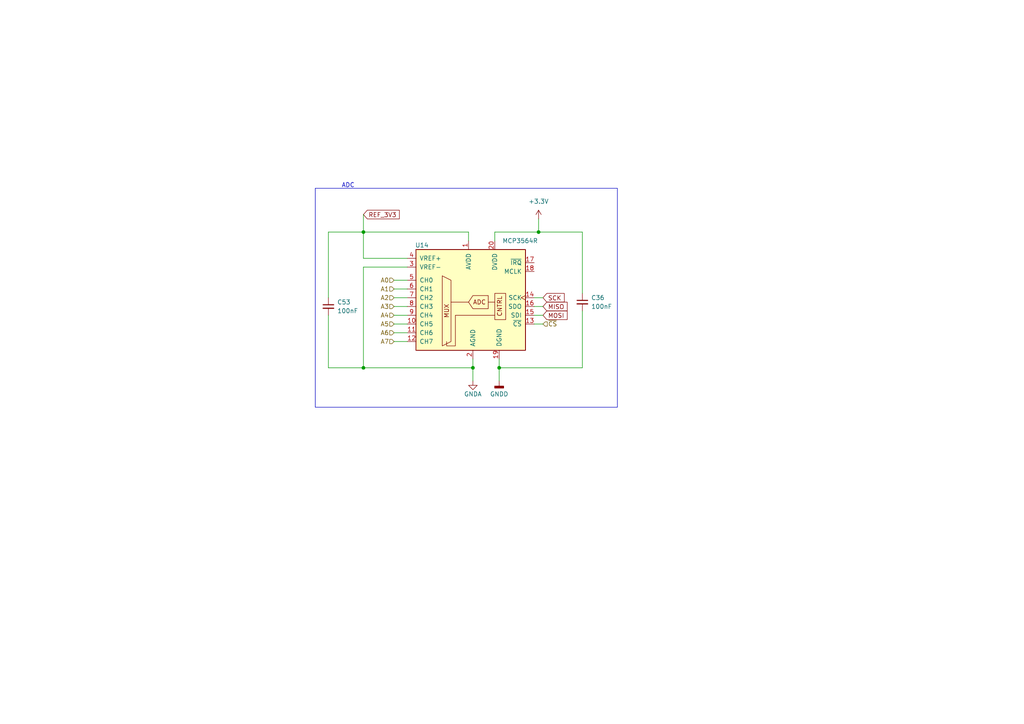
<source format=kicad_sch>
(kicad_sch (version 20231120) (generator "eeschema") (generator_version "8.0")
  (paper "A4")
  (title_block (title "Yarrboard 8ch Mosfet Driver") (rev "C1") (company "https://github.com/hoeken/yarrboard"))
  (lib_symbols
    (symbol "Device:C_Small" (pin_numbers hide) (pin_names (offset 0.254) hide)
      (property "Reference" "C" (at 0.254 1.778 0))
      (property "Value" "C_Small" (at 0.254 -2.032 0))
      (symbol "C_Small_0_1"
        (polyline (pts (xy -1.524 -0.508) (xy 1.524 -0.508)) (stroke (width 0.3302)))
        (polyline (pts (xy -1.524 0.508) (xy 1.524 0.508)) (stroke (width 0.3048)))
      )
      (symbol "C_Small_1_1"
        (pin passive line (at 0 2.54 270) (length 2.032) (name "~") (number "1"))
        (pin passive line (at 0 -2.54 90) (length 2.032) (name "~") (number "2"))
      )
    )
    (symbol "power:+3.3V" (power) (pin_names (offset 0))
      (property "Value" "+3.3V" (at 0 3.556 0))
      (symbol "+3.3V_0_1"
        (polyline (pts (xy -0.762 1.27) (xy 0 2.54)))
        (polyline (pts (xy 0 0) (xy 0 2.54)))
        (polyline (pts (xy 0 2.54) (xy 0.762 1.27)))
      )
      (symbol "+3.3V_1_1"
        (pin power_in line (at 0 0 90) (length 0) hide (name "+3.3V") (number "1"))
      )
    )
    (symbol "power:GNDA" (power) (pin_names (offset 0))
      (property "Value" "GNDA" (at 0 -3.81 0))
      (symbol "GNDA_0_1"
        (polyline (pts (xy 0 0) (xy 0 -1.27) (xy 1.27 -1.27) (xy 0 -2.54) (xy -1.27 -1.27) (xy 0 -1.27)))
      )
      (symbol "GNDA_1_1"
        (pin power_in line (at 0 0 270) (length 0) hide (name "GNDA") (number "1"))
      )
    )
    (symbol "power:GNDD" (power) (pin_names (offset 0))
      (property "Value" "GNDD" (at 0 -3.175 0))
      (symbol "GNDD_0_1"
        (rectangle (start -1.27 -1.524) (end 1.27 -2.032) (stroke (width 0.254)) (fill (type outline)))
        (polyline (pts (xy 0 0) (xy 0 -1.524)))
      )
      (symbol "GNDD_1_1"
        (pin power_in line (at 0 0 270) (length 0) hide (name "GNDD") (number "1"))
      )
    )
    (symbol "yarrboard:MCP3564R" (pin_names (offset 1.016))
      (property "Reference" "U" (at -5.08 15.875 0))
      (property "Value" "MCP3564R" (at -9.144 17.78 0))
      (symbol "MCP3564R_0_0"
        (text "ADC" (at -0.635 1.27 0) (effects (font (size 1.27 1.27))))
        (text "CNTRL" (at 5.969 -2.921 900) (effects (font (size 1.27 1.27)) (justify left bottom)))
        (text "MUX" (at -10.16 -1.27 900) (effects (font (size 1.27 1.27))))
      )
      (symbol "MCP3564R_0_1"
        (rectangle (start -19.05 16.51) (end 12.7 -12.7) (stroke (width 0.254)) (fill (type background)))
        (polyline (pts (xy -3.81 1.27) (xy -8.89 1.27)))
        (polyline (pts (xy 1.905 1.27) (xy 3.81 1.27)))
        (polyline (pts (xy -11.43 8.89) (xy -11.43 -11.43) (xy -8.89 -10.16) (xy -8.89 7.62) (xy -11.43 8.89)))
        (polyline (pts (xy 3.81 -2.54) (xy -7.62 -2.54) (xy -7.62 -11.43) (xy -10.16 -11.43) (xy -10.16 -10.16)))
        (polyline (pts (xy 1.905 3.175) (xy 1.905 -0.635) (xy -2.54 -0.635) (xy -3.81 1.27) (xy -2.54 3.175) (xy 1.905 3.175)))
        (rectangle (start 3.81 -3.81) (end 6.985 3.81))
      )
      (symbol "MCP3564R_1_1"
        (pin power_in line (at -3.81 19.05 270) (length 2.54) (name "AVDD") (number "1"))
        (pin input line (at -21.59 -5.08 0) (length 2.54) (name "CH5") (number "10"))
        (pin input line (at -21.59 -7.62 0) (length 2.54) (name "CH6") (number "11"))
        (pin input line (at -21.59 -10.16 0) (length 2.54) (name "CH7") (number "12"))
        (pin input line (at 15.24 -5.08 180) (length 2.54) (name "~{CS}") (number "13"))
        (pin input clock (at 15.24 2.54 180) (length 2.54) (name "SCK") (number "14"))
        (pin input line (at 15.24 -2.54 180) (length 2.54) (name "SDI") (number "15"))
        (pin output line (at 15.24 0 180) (length 2.54) (name "SDO") (number "16"))
        (pin power_in line (at 15.24 12.7 180) (length 2.54) (name "~{IRQ}") (number "17"))
        (pin power_in line (at 15.24 10.16 180) (length 2.54) (name "MCLK") (number "18"))
        (pin power_in line (at 5.08 -15.24 90) (length 2.54) (name "DGND") (number "19"))
        (pin power_in line (at -2.54 -15.24 90) (length 2.54) (name "AGND") (number "2"))
        (pin power_in line (at 3.81 19.05 270) (length 2.54) (name "DVDD") (number "20"))
        (pin power_in line (at -21.59 11.43 0) (length 2.54) (name "VREF-") (number "3"))
        (pin power_in line (at -21.59 13.97 0) (length 2.54) (name "VREF+") (number "4"))
        (pin input line (at -21.59 7.62 0) (length 2.54) (name "CH0") (number "5"))
        (pin input line (at -21.59 5.08 0) (length 2.54) (name "CH1") (number "6"))
        (pin input line (at -21.59 2.54 0) (length 2.54) (name "CH2") (number "7"))
        (pin input line (at -21.59 0 0) (length 2.54) (name "CH3") (number "8"))
        (pin input line (at -21.59 -2.54 0) (length 2.54) (name "CH4") (number "9"))
      )
    )
  )
  (junction (at 105.41 106.68))
  (junction (at 156.21 67.31))
  (junction (at 144.78 106.68))
  (junction (at 137.16 106.68))
  (junction (at 105.41 67.31))
  (wire (pts (xy 156.21 67.31) (xy 168.91 67.31)))
  (wire (pts (xy 105.41 106.68) (xy 95.25 106.68)))
  (wire (pts (xy 157.48 86.36) (xy 154.94 86.36)))
  (wire (pts (xy 105.41 77.47) (xy 105.41 106.68)))
  (wire (pts (xy 105.41 67.31) (xy 105.41 74.93)))
  (wire (pts (xy 118.11 77.47) (xy 105.41 77.47)))
  (wire (pts (xy 95.25 67.31) (xy 95.25 86.36)))
  (wire (pts (xy 118.11 91.44) (xy 114.3 91.44)))
  (wire (pts (xy 135.89 67.31) (xy 135.89 69.85)))
  (wire (pts (xy 105.41 67.31) (xy 135.89 67.31)))
  (wire (pts (xy 105.41 62.23) (xy 105.41 67.31)))
  (wire (pts (xy 144.78 106.68) (xy 168.91 106.68)))
  (wire (pts (xy 157.48 88.9) (xy 154.94 88.9)))
  (wire (pts (xy 157.48 91.44) (xy 154.94 91.44)))
  (wire (pts (xy 105.41 67.31) (xy 95.25 67.31)))
  (wire (pts (xy 137.16 106.68) (xy 137.16 110.49)))
  (wire (pts (xy 105.41 74.93) (xy 118.11 74.93)))
  (wire (pts (xy 118.11 88.9) (xy 114.3 88.9)))
  (wire (pts (xy 143.51 67.31) (xy 156.21 67.31)))
  (wire (pts (xy 95.25 91.44) (xy 95.25 106.68)))
  (wire (pts (xy 118.11 93.98) (xy 114.3 93.98)))
  (wire (pts (xy 118.11 96.52) (xy 114.3 96.52)))
  (wire (pts (xy 118.11 83.82) (xy 114.3 83.82)))
  (wire (pts (xy 105.41 106.68) (xy 137.16 106.68)))
  (wire (pts (xy 156.21 63.5) (xy 156.21 67.31)))
  (wire (pts (xy 144.78 106.68) (xy 144.78 110.49)))
  (wire (pts (xy 137.16 104.14) (xy 137.16 106.68)))
  (wire (pts (xy 118.11 81.28) (xy 114.3 81.28)))
  (wire (pts (xy 144.78 104.14) (xy 144.78 106.68)))
  (wire (pts (xy 168.91 106.68) (xy 168.91 90.17)))
  (wire (pts (xy 157.48 93.98) (xy 154.94 93.98)))
  (wire (pts (xy 118.11 86.36) (xy 114.3 86.36)))
  (wire (pts (xy 118.11 99.06) (xy 114.3 99.06)))
  (wire (pts (xy 168.91 67.31) (xy 168.91 85.09)))
  (wire (pts (xy 143.51 67.31) (xy 143.51 69.85)))
  (rectangle (start 91.44 54.61) (end 179.07 118.11))
  (text "ADC\n" (at 99.06 54.61 0) (effects (font (size 1.27 1.27)) (justify left bottom)))
  (global_label "REF_3V3" (shape input) (at 105.41 62.23 0) (property "Intersheetrefs" "${INTERSHEET_REFS}" (effects (hide yes))))
  (global_label "SCK" (shape input) (at 157.48 86.36 0) (property "Intersheetrefs" "${INTERSHEET_REFS}" (effects (hide yes))))
  (global_label "MISO" (shape input) (at 157.48 88.9 0) (property "Intersheetrefs" "${INTERSHEET_REFS}" (effects (hide yes))))
  (global_label "MOSI" (shape input) (at 157.48 91.44 0) (property "Intersheetrefs" "${INTERSHEET_REFS}" (effects (hide yes))))
  (hierarchical_label "A6" (shape input) (at 114.3 96.52 180))
  (hierarchical_label "A5" (shape input) (at 114.3 93.98 180))
  (hierarchical_label "A2" (shape input) (at 114.3 86.36 180))
  (hierarchical_label "~{CS}" (shape input) (at 157.48 93.98 0))
  (hierarchical_label "A3" (shape input) (at 114.3 88.9 180))
  (hierarchical_label "A7" (shape input) (at 114.3 99.06 180))
  (hierarchical_label "A0" (shape input) (at 114.3 81.28 180))
  (hierarchical_label "A4" (shape input) (at 114.3 91.44 180))
  (hierarchical_label "A1" (shape input) (at 114.3 83.82 180))
  (symbol (lib_id "Device:C_Small") (at 95.25 88.9 0) (unit 1)
    (property "Reference" "C52" (at 97.79 87.6363 0) (effects (justify left)))
    (property "Value" "100nF" (at 97.79 90.1763 0) (effects (justify left)))
    (property "Footprint" "Capacitor_SMD:C_0805_2012Metric_Pad1.18x1.45mm_HandSolder" (effects (hide yes)))
    (property "Mouser" "08053C104KAT4A" (effects (hide yes)))
    (instances (project "8ch-mosfet" (path "" (reference "C53") (unit 1)) (path "" (reference "C52") (unit 1))))
  )
  (symbol (lib_id "power:+3.3V") (at 156.21 63.5 0) (unit 1)
    (property "Reference" "#PWR071" (effects (hide yes)))
    (property "Value" "+3.3V" (at 156.21 58.42 0))
    (instances (project "8ch-mosfet" (path "" (reference "#PWR071") (unit 1)) (path "" (reference "#PWR056") (unit 1))))
  )
  (symbol (lib_id "power:GNDA") (at 137.16 110.49 0) (unit 1)
    (property "Reference" "#PWR069" (effects (hide yes)))
    (property "Value" "GNDA" (at 137.16 114.3 0))
    (instances (project "8ch-mosfet" (path "" (reference "#PWR069") (unit 1)) (path "" (reference "#PWR054") (unit 1))))
  )
  (symbol (lib_id "power:GNDD") (at 144.78 110.49 0) (unit 1)
    (property "Reference" "#PWR070" (effects (hide yes)))
    (property "Value" "GNDD" (at 144.78 114.3 0))
    (instances (project "8ch-mosfet" (path "" (reference "#PWR070") (unit 1)) (path "" (reference "#PWR055") (unit 1))))
  )
  (symbol (lib_id "Device:C_Small") (at 168.91 87.63 0) (unit 1)
    (property "Reference" "C36" (at 171.45 86.3663 0) (effects (justify left)))
    (property "Value" "100nF" (at 171.45 88.9063 0) (effects (justify left)))
    (property "Footprint" "Capacitor_SMD:C_0805_2012Metric_Pad1.18x1.45mm_HandSolder" (effects (hide yes)))
    (property "Mouser" "08053C104KAT4A" (effects (hide yes)))
    (instances (project "8ch-mosfet" (path "" (reference "C36") (unit 1)) (path "" (reference "C25") (unit 1))))
  )
  (symbol (lib_id "yarrboard:MCP3564R") (at 139.7 88.9 0) (unit 1)
    (property "Reference" "U14" (at 120.396 71.12 0) (effects (justify left)))
    (property "Value" "MCP3564R" (at 145.7041 69.85 0) (effects (justify left)))
    (property "Footprint" "Package_SO:TSSOP-20_4.4x6.5mm_P0.65mm" (effects (hide yes)))
    (property "Datasheet" "https://ww1.microchip.com/downloads/aemDocuments/documents/APID/ProductDocuments/DataSheets/MCP3561_2_4R-Data-Sheet-DS200006391C.pdf" (effects (hide yes)))
    (property "Description" "Two/Four/Eight-Channel, 153.6 ksps, Low Noise24-Bit Delta-Sigma ADCs with Internal Voltage Reference" (effects (hide yes)))
    (instances (project "8ch-mosfet" (path "" (reference "U14") (unit 1)) (path "" (reference "U10") (unit 1))))
  )
)
</source>
